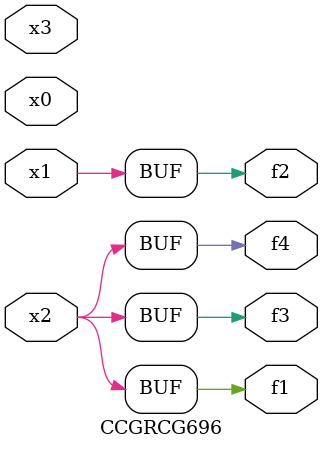
<source format=v>
module CCGRCG696(
	input x0, x1, x2, x3,
	output f1, f2, f3, f4
);
	assign f1 = x2;
	assign f2 = x1;
	assign f3 = x2;
	assign f4 = x2;
endmodule

</source>
